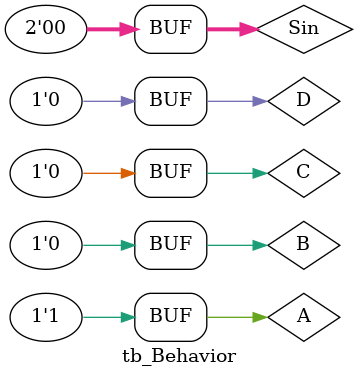
<source format=v>
`timescale 1ns/100ps

module tb_RTL();
    reg A,B,C,D;
    reg[1:0] Sin;
    wire out;

    m4to1_MUX_RTL test_RTLMUX(out,Sin,A,B,C,D);

    initial begin
        A=0; B=0; C=0; D=1; Sin=2'b11;
        #250 A=0; B=0; C=0; D=1; Sin=2'b11;
        #250 A=0; B=0; C=1; D=0; Sin=2'b10;
        #250 A=0; B=1; C=0; D=1; Sin=2'b01;
        #250 A=1; B=0; C=0; D=0; Sin=2'b00;

    end

endmodule

module tb_Behavior();
    reg A,B,C,D;
    reg[1:0] Sin;
    wire out;

    m4to1_MUX_Behavior test_BehaviorMUX(out,Sin,A,B,C,D);

    initial begin
        A=0; B=0; C=0; D=1; Sin=2'b11;
        #250 A=0; B=0; C=0; D=1; Sin=2'b11;
        #250 A=0; B=0; C=1; D=0; Sin=2'b10;
        #250 A=0; B=1; C=0; D=1; Sin=2'b01;
        #250 A=1; B=0; C=0; D=0; Sin=2'b00;

    end





endmodule

</source>
